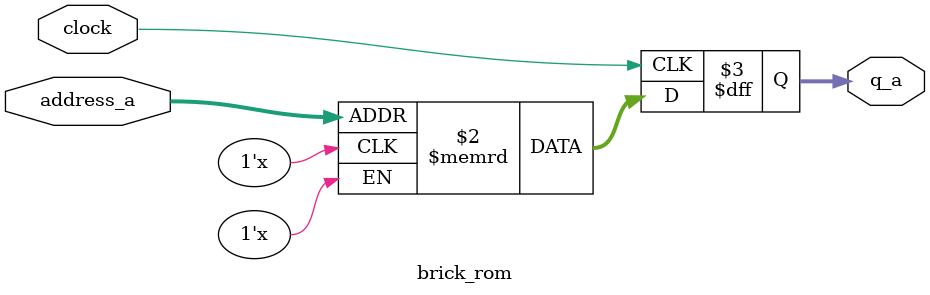
<source format=sv>
module sprite_rom( 
        input [5:0] char_idx_a,
        input [5:0] char_idx_b,
        input clock,
        input [7:0] address_a, 
        input [7:0] address_b,
        output [3:0] q_a,
        output [3:0] q_b 
         );




// logic [2:0] mario_mem [0:255] /* synthesis ram_init_file = "mario.mif" */;
// logic [2:0] block_mem [0:255] /* synthesis ram_init_file = "block.mif" */;
// logic [2:0] floor_mem [0:255] /* synthesis ram_init_file = "floor.mif" */;
// logic [2:0] shell_mem [0:255] /* synthesis ram_init_file = "koopa_shell.mif" */;
// logic [2:0] goomba_mem [0:255] /* synthesis ram_init_file = "goomba.mif" */;

logic [3:0] mario_pix_a, qblock_pix_a, floor_pix_b, shell_pix_a, goomba_pix_a, brick_pix_a; 
//logic [2:0] mario_pix_b, block_pix_b, floor_pix_b, shell_pix_b, goomba_pix_b; 

mario_rom rom0(.*, .q_a(mario_pix_a));
qblock_rom rom1(.*,.q_a(qblock_pix_a));
floor_rom rom2(.*,.q_a(floor_pix_b));
shell_rom rom3(.*,.q_a(shell_pix_a));
goomba_rom rom4(.*,.q_a(goomba_pix_a));
brick_rom rom5 (.*, .q_a(brick_pix_a));


// always_comb begin
// 	mario_pix_a = mario_mem[address_a];
//     block_pix_a = block_mem[address_a];
//     floor_pix_a = floor_mem[address_a];
//     shell_pix_a = shell_mem[address_a];
//     goomba_pix_a = goomba_mem[address_a];

// end

// always_comb begin
// 	mario_pix_b = mario_mem[address_b];
//     block_pix_b = block_mem[address_b];
//     floor_pix_b = floor_mem[address_b];
//     shell_pix_b = shell_mem[address_b];
//     goomba_pix_b = goomba_mem[address_b];

// end

always_comb begin
    unique case(char_idx_a)
        6'b000000: q_a = qblock_pix_a;
        6'b000001: q_a = brick_pix_a; 
       // 4'b0001: q_a = floor_pix_a; Changing so that the floor is accessed differently 
        6'b000010: q_a = mario_pix_a; 
        6'b000011: q_a = goomba_pix_a; 
        6'b000100: q_a = shell_pix_a; 
        default: q_a = 4'b0000;  
    endcase
end

assign q_b = floor_pix_b; //b address only used for accessing floor sprites because there are so many of them




endmodule

module mario_rom (
        input clock,
        input [7:0] address_a, 
        output [3:0] q_a
);
logic [3:0] mario_mem [0:255] /* synthesis ram_init_file = "mario.mif" */;

always_ff @(posedge clock) begin
    q_a <= mario_mem[address_a];
end

endmodule

module qblock_rom (
        input clock,
        input [7:0] address_a, 
        output [3:0] q_a
);
logic [3:0] qblock_mem [0:255] /* synthesis ram_init_file = "qblock.mif" */;

always_ff @(posedge clock) begin
    q_a <= qblock_mem[address_a];
end

endmodule

module floor_rom ( //This module is different because floor sprites are accessed separate from other sprites. 
        input clock,
        input [7:0] address_b, 
        output [3:0] q_a
);
logic [3:0] floor_mem [0:255] /* synthesis ram_init_file = "floor.mif" */;
// initial begin
// $readmemh("floor.mif", floor_mem);
// end
always_ff @(posedge clock) begin
    q_a <= floor_mem[address_b];
end

endmodule

module goomba_rom (
        input clock,
        input [7:0] address_a, 
        output [3:0] q_a
);
logic [3:0] goomba_mem [0:255]/* synthesis ram_init_file = "goomba.mif" */;
// initial begin
// $readmemh("goomba.mif", goomba_mem);
// end
always_ff @(posedge clock) begin
    q_a <= goomba_mem[address_a];
end

endmodule


// module goomba_rom (
//         input clock,
//         input [7:0] address_a, 
//         output [3:0] q_a
// );
// logic [3:0] goomba_mem [0:255]/* synthesis ram_init_file = "level.mif" */;
// // initial begin
// // $readmemh("goomba.mif", goomba_mem);
// // end
// always_ff @(posedge clock) begin
//     q_a <= goomba_mem[address_a];
// end

// endmodule

module level_rom (
        input clock,
        input [7:0] address_a, 
        output [3:0] q_a
);
logic [3:0] level_mem [0:255]/* synthesis ram_init_file = "level.mif" */;

always_ff @(posedge clock) begin
    q_a <= level_mem[address_a];
end

endmodule

module shell_rom (
        input clock,
        input [7:0] address_a, 
        output [3:0] q_a
);
logic [3:0] shell_mem [0:255] /* synthesis ram_init_file = "koopa_shell.mif" */;

always_ff @(posedge clock) begin
    q_a <= shell_mem[address_a];
end

endmodule

module brick_rom (
        input clock,
        input [7:0] address_a, 
        output [3:0] q_a
);
logic [3:0] brick_mem [0:255] /* synthesis ram_init_file = "brick.mif" */;

always_ff @(posedge clock) begin
    q_a <= brick_mem[address_a];
end

endmodule
</source>
